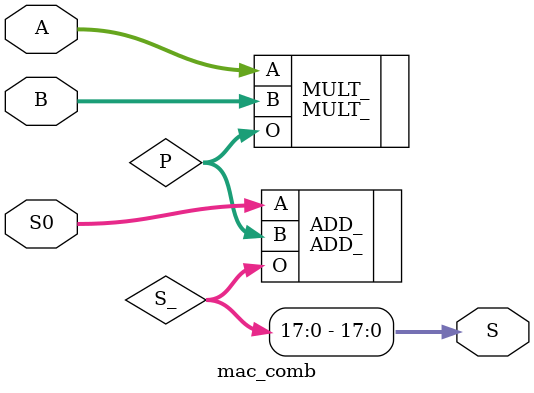
<source format=sv>
`timescale 1ns / 1ps

module mac_comb #(parameter N = 8, K = 3)( //N: input bit-width, K: vector dimension
	input	signed	[N-1:0] 	A,
	input	signed	[N-1:0] 	B,
	input	signed	[2*N+K-2:0]	S0,
	output	signed	[2*N+K-2:0]	S
);

	logic	signed	[2*N-1:0]	P;
	logic	signed	[2*N+K-1:0]	S_;

	MULT_ #(.N(N), .M(N)) MULT_(
		.A(A),
		.B(B),
		.O(P)
	);	
	
	ADD_ #(.N(2*N+K-1), .M(2*N)) ADD_(
		.A(S0),
		.B(P),
		.O(S_)
	); 
	
	assign S = S_[2*N+K-2:0];

endmodule

</source>
